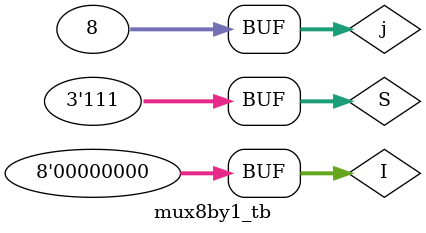
<source format=v>
module mux8by1(i,s,Y);
  input [7:0]i;
  input [2:0]s;
  output reg Y;
  always @(i or s)
    begin
	  case(s)
	    3'b000:Y=i[0];
		3'b001:Y=i[1];
		3'b010:Y=i[2];
		3'b011:Y=i[3];
		3'b100:Y=i[4];
		3'b101:Y=i[5];
		3'b110:Y=i[6];
		3'b111:Y=i[7];
	   endcase
	end
endmodule




module mux8by1_tb();
  reg [7:0]I;
  reg [2:0]S;
  wire y;
  integer j;
  mux8by1 DUT(I,S,y);
  initial
    begin
      $dumpfile("mux8by1_tb.vcd");
      $dumpvars(0);
      {I,S}=0;
      for(j=0;j<8;j=j+1)
	    begin
		  S=j;
          I[j]=1'b1;
		  #10;
          I[j]=1'b0;
		  #10;
		end
	end
endmodule









</source>
